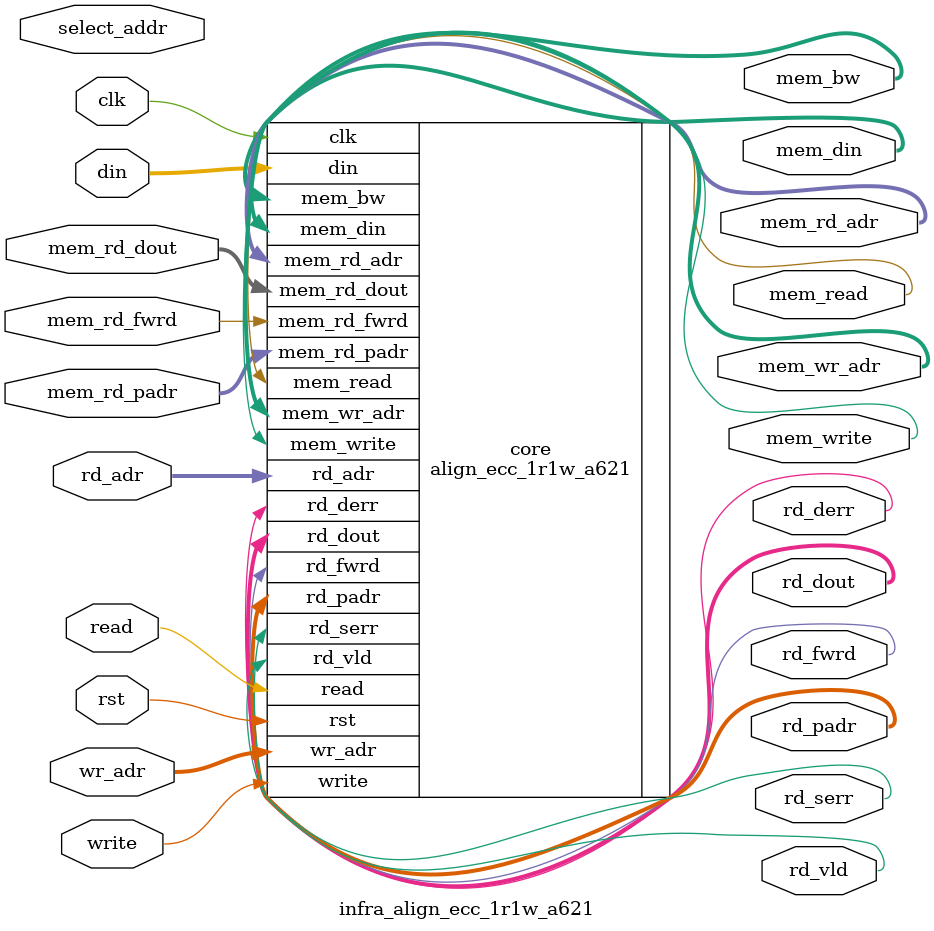
<source format=v>
module infra_align_ecc_1r1w_a621 (write, wr_adr, din, read, rd_adr, rd_dout, rd_vld, rd_fwrd, rd_serr, rd_derr, rd_padr,
	                          mem_write, mem_wr_adr, mem_bw, mem_din, mem_read, mem_rd_adr, mem_rd_dout, mem_rd_fwrd, mem_rd_padr,
		                  clk, rst,
		                  select_addr);

  parameter WIDTH = 32;
  parameter ENAPSDO = 0;
  parameter ENAPAR = 0;
  parameter ENAECC = 0;
  parameter ENADEC = 0;
  parameter ENAHEC = 0;
  parameter ENAQEC = 0;
  parameter ECCWDTH = 7;
  parameter NUMADDR = 1024;
  parameter BITADDR = 10;
  parameter NUMWRDS = 4;
  parameter BITWRDS = 2;
  parameter NUMSROW = 256;
  parameter BITSROW = 8;
  parameter BITPADR = 10;
  parameter SRAM_DELAY = 2;
  parameter FLOPGEN = 0;
  parameter FLOPCMD = 0;
  parameter FLOPMEM = 0;
  parameter FLOPOUT = 0;
  parameter ENAPADR = 0;
  parameter RSTZERO = 0;
  parameter RSTONES = 0;

  parameter MEMWDTH = ENAPAR ? WIDTH+1 : ENAECC ? WIDTH+ECCWDTH : ENADEC ? 2*WIDTH+ECCWDTH : ENAHEC ? WIDTH+2*ECCWDTH : ENAQEC ? WIDTH+4*ECCWDTH : WIDTH;

  input write;
  input [BITADDR-1:0] wr_adr;
  input [WIDTH-1:0] din;

  input read;
  input [BITADDR-1:0] rd_adr;
  output [WIDTH-1:0] rd_dout;
  output rd_vld;
  output rd_fwrd;
  output rd_serr;
  output rd_derr;
  output [BITPADR-1:0] rd_padr;

  output mem_write;
  output [BITSROW-1:0] mem_wr_adr;
  output [NUMWRDS*MEMWDTH-1:0] mem_bw;
  output [NUMWRDS*MEMWDTH-1:0] mem_din;

  output mem_read;
  output [BITSROW-1:0] mem_rd_adr;
  input [NUMWRDS*MEMWDTH-1:0] mem_rd_dout;
  input mem_rd_fwrd;
  input [BITPADR-BITWRDS-1:0] mem_rd_padr;

  input clk;
  input rst;

  input [BITADDR-1:0] select_addr;

  align_ecc_1r1w_a621 #(.WIDTH (WIDTH), .ENAPSDO (ENAPSDO), .NUMADDR (NUMADDR), .BITADDR (BITADDR),
                        .ENAPAR (ENAPAR), .ENAECC (ENAECC), .ENADEC (ENADEC), .ENAHEC (ENAHEC), .ENAQEC (ENAQEC), .ECCWDTH (ECCWDTH),
                        .NUMWRDS (NUMWRDS), .BITWRDS (BITWRDS), .NUMSROW (NUMSROW), .BITSROW (BITSROW), .BITPADR (BITPADR),
                        .SRAM_DELAY (SRAM_DELAY), .FLOPGEN (FLOPGEN), .FLOPCMD (FLOPCMD), .FLOPMEM (FLOPMEM), .FLOPOUT (FLOPOUT), .ENAPADR (ENAPADR))
    core (.write (write), .wr_adr (wr_adr), .din (din),
          .read (read), .rd_adr (rd_adr), .rd_vld (rd_vld), .rd_dout (rd_dout),
          .rd_fwrd (rd_fwrd), .rd_serr (rd_serr), .rd_derr (rd_derr), .rd_padr (rd_padr),
          .mem_write (mem_write), .mem_wr_adr (mem_wr_adr), .mem_bw (mem_bw), .mem_din (mem_din),
          .mem_read (mem_read), .mem_rd_adr (mem_rd_adr), .mem_rd_dout (mem_rd_dout), .mem_rd_fwrd (mem_rd_fwrd), .mem_rd_padr (mem_rd_padr),
          .clk (clk), .rst (rst));

`ifdef FORMAL
assume_select_addr_range: assume property (@(posedge clk) disable iff (rst) (select_addr < NUMADDR));
assume_select_addr_stable: assume property (@(posedge clk) disable iff (rst) $stable(select_addr));

ip_top_sva_align_ecc_1r1w_a621 #(
     .WIDTH       (WIDTH),
     .ENAPSDO     (ENAPSDO),
     .ENAPAR      (ENAPAR),
     .ENAECC      (ENAECC),
     .ENADEC      (ENADEC),
     .ENAHEC      (ENAHEC),
     .ENAQEC      (ENAQEC),
     .ECCWDTH     (ECCWDTH),
     .NUMADDR     (NUMADDR),
     .BITADDR     (BITADDR),
     .NUMWRDS     (NUMWRDS),
     .BITWRDS     (BITWRDS),
     .NUMSROW     (NUMSROW),
     .BITSROW     (BITSROW),
     .BITPADR     (BITPADR),
     .SRAM_DELAY  (SRAM_DELAY),
     .FLOPGEN     (FLOPGEN),
     .FLOPCMD     (FLOPCMD),
     .FLOPMEM     (FLOPMEM),
     .FLOPOUT     (FLOPOUT),
     .ENAPADR     (ENAPADR),
     .RSTZERO     (RSTZERO),
     .RSTONES     (RSTONES))
ip_top_sva (.*);

ip_top_sva_2_align_ecc_1r1w_a621 #(
     .ENAPSDO     (ENAPSDO),
     .NUMADDR     (NUMADDR),
     .BITADDR     (BITADDR),
     .NUMSROW     (NUMSROW),
     .BITSROW     (BITSROW))
ip_top_sva_2 (.*);

`elsif SIM_SVA

genvar sva_int;
// generate for (sva_int=0; sva_int<WIDTH; sva_int=sva_int+1) begin
generate for (sva_int=0; sva_int<1; sva_int=sva_int+1) begin: sva_loop
  wire [BITADDR-1:0] help_addr = sva_int;
ip_top_sva_align_ecc_1r1w_a621 #(
     .WIDTH       (WIDTH),
     .ENAPSDO     (ENAPSDO),
     .ENAPAR      (ENAPAR),
     .ENAECC      (ENAECC),
     .ENADEC      (ENADEC),
     .ENAHEC      (ENAHEC),
     .ENAQEC      (ENAQEC),
     .ECCWDTH     (ECCWDTH),
     .NUMADDR     (NUMADDR),
     .BITADDR     (BITADDR),
     .NUMWRDS     (NUMWRDS),
     .BITWRDS     (BITWRDS),
     .NUMSROW     (NUMSROW),
     .BITSROW     (BITSROW),
     .BITPADR     (BITPADR),
     .SRAM_DELAY  (SRAM_DELAY),
     .FLOPGEN     (FLOPGEN),
     .FLOPCMD     (FLOPCMD),
     .FLOPMEM     (FLOPMEM),
     .FLOPOUT     (FLOPOUT),
     .ENAPADR     (ENAPADR),
     .RSTZERO     (RSTZERO),
     .RSTONES     (RSTONES))
ip_top_sva (.select_addr(help_addr), .*);
end
endgenerate

ip_top_sva_2_align_ecc_1r1w_a621 #(
     .ENAPSDO     (ENAPSDO),
     .NUMADDR     (NUMADDR),
     .BITADDR     (BITADDR),
     .NUMSROW     (NUMSROW),
     .BITSROW     (BITSROW))
ip_top_sva_2 (.*);

`endif

endmodule


</source>
